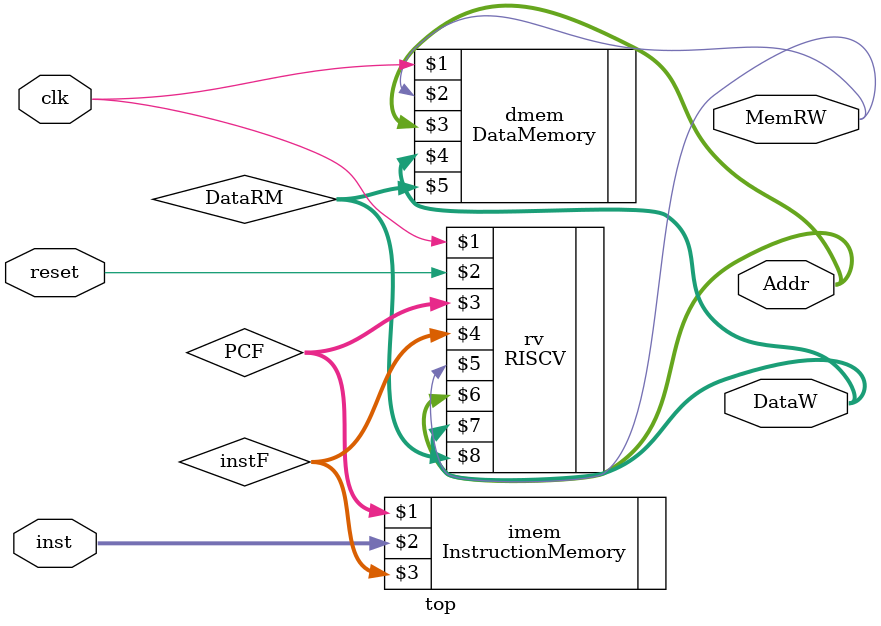
<source format=sv>
`timescale 1ns / 1ps


module top(input logic 			clk, reset, 
            input  logic [31:0]     inst,
			output logic [31:0] 	DataW,  Addr, 
			output logic 			MemRW);
				
	logic [31:0] PCF, instF, DataRM;
	
// instantiate processor and memories

	RISCV rv(clk, reset, PCF, instF, MemRW, Addr, DataW, DataRM);
	InstructionMemory imem(PCF,inst, instF);
	DataMemory dmem(clk, MemRW, Addr, DataW, DataRM);
endmodule
</source>
